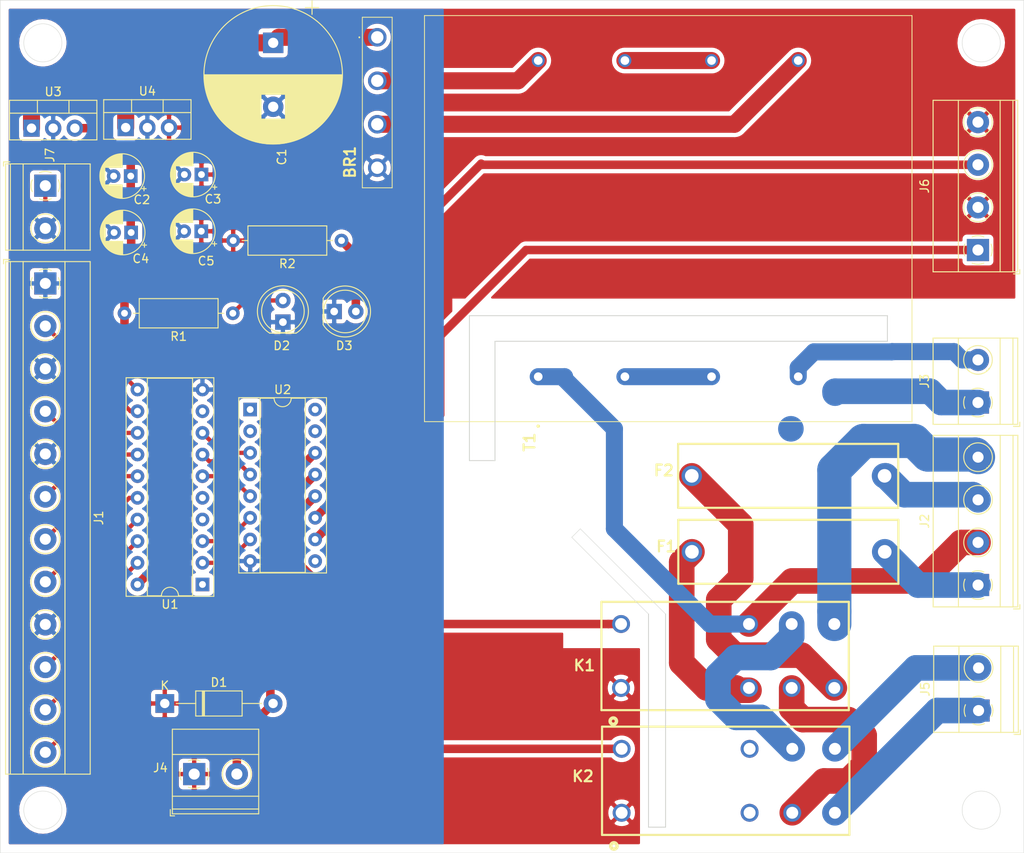
<source format=kicad_pcb>
(kicad_pcb (version 20171130) (host pcbnew "(5.1.2)-2")
  (layers (0 F.Cu mixed) (31 B.Cu mixed) (34 B.Paste user) (35 F.Paste user) (36 B.SilkS user) (37 F.SilkS user) (38 B.Mask user) (39 F.Mask user) (44 Edge.Cuts user))
  (net 0 "")
  (net 1 "Net-(BR1-Pad1)")
  (net 2 "Net-(BR1-Pad2)")
  (net 3 "Net-(BR1-Pad3)")
  (net 4 GND)
  (net 5 +12V)
  (net 6 +5V)
  (net 7 "Net-(D2-Pad2)")
  (net 8 "Net-(D3-Pad2)")
  (net 9 AM_TOP)
  (net 10 AM_MIDDLE)
  (net 11 AM_BOTTOM)
  (net 12 BM_TOP)
  (net 13 BM_MIDDLE)
  (net 14 BM_BOTTOM)
  (net 15 A_MANUAL)
  (net 16 B_MANUAL)
  (net 17 A_LINE)
  (net 18 A_NEUTRAL)
  (net 19 B_LINE)
  (net 20 B_NEUTRAL)
  (net 21 "Net-(J3-Pad2)")
  (net 22 VALVE)
  (net 23 "Net-(J5-Pad2)")
  (net 24 "Net-(J5-Pad1)")
  (net 25 A_BUZZER)
  (net 26 B_BUZZER)
  (net 27 SUPPLY_SELECTOR)
  (net 28 "Net-(K1-Pad6)")
  (net 29 "Net-(K1-Pad3)")
  (net 30 MOTOR_RELAY)
  (net 31 "Net-(T1-Pad3)")
  (net 32 "Net-(T1-Pad10)")
  (net 33 "Net-(U1-Pad2)")
  (net 34 "Net-(U1-Pad3)")
  (net 35 "Net-(U1-Pad6)")
  (net 36 "Net-(U1-Pad7)")
  (net 37 "Net-(U1-Pad8)")
  (net 38 B_SUPPLY_SIGNAL)
  (net 39 "Net-(F1-Pad2)")
  (net 40 "Net-(F2-Pad2)")
  (module SamacSys_Parts:VPP201000 (layer F.Cu) (at 76.07 57.16 90)
    (fp_text reference T1 (at -7.68 -1.02 90) (layer F.SilkS) (effects (font (size 1.27 1.27) (thickness 0.254))))
    (fp_text value VPP20-1000 hide)
    (pad 12 thru_hole circle (at 37.084 30.48 90) (size 1.522 1.522) (drill 1.0144) (layers *.Cu *.Mask) (net 3 "Net-(BR1-Pad3)"))
    (pad 10 thru_hole circle (at 37.084 20.32 90) (size 1.522 1.522) (drill 1.0144) (layers *.Cu *.Mask) (net 32 "Net-(T1-Pad10)"))
    (pad 9 thru_hole circle (at 37.084 10.16 90) (size 1.522 1.522) (drill 1.0144) (layers *.Cu *.Mask) (net 32 "Net-(T1-Pad10)"))
    (pad 7 thru_hole circle (at 37.084 0 90) (size 1.522 1.522) (drill 1.0144) (layers *.Cu *.Mask) (net 2 "Net-(BR1-Pad2)"))
    (pad 6 thru_hole circle (at 0 30.48 90) (size 1.522 1.522) (drill 1.0144) (layers *.Cu *.Mask) (net 21 "Net-(J3-Pad2)"))
    (pad 4 thru_hole circle (at 0 20.32 90) (size 1.522 1.522) (drill 1.0144) (layers *.Cu *.Mask) (net 31 "Net-(T1-Pad3)"))
    (pad 3 thru_hole circle (at 0 10.16 90) (size 1.522 1.522) (drill 1.0144) (layers *.Cu *.Mask) (net 31 "Net-(T1-Pad3)"))
    (pad 1 thru_hole circle (at 0 0 90) (size 1.522 1.522) (drill 1.0144) (layers *.Cu *.Mask) (net 18 A_NEUTRAL))
  )
  (module SamacSys_Parts:RS207M (layer F.Cu) (at 57 25 270)
    (fp_text reference BR1 (at 7 3 90) (layer F.SilkS) (effects (font (size 1.27 1.27) (thickness 0.254))))
    (fp_text value RS207M hide)
    (pad 1 thru_hole circle (at -7.65 -0.2 270) (size 2.175 2.175) (drill 1.45) (layers *.Cu *.Mask) (net 1 "Net-(BR1-Pad1)"))
    (pad 2 thru_hole circle (at -2.55 -0.2 270) (size 2.175 2.175) (drill 1.45) (layers *.Cu *.Mask) (net 2 "Net-(BR1-Pad2)"))
    (pad 3 thru_hole circle (at 2.55 -0.2 270) (size 2.175 2.175) (drill 1.45) (layers *.Cu *.Mask) (net 3 "Net-(BR1-Pad3)"))
    (pad 4 thru_hole circle (at 7.65 -0.2 270) (size 2.175 2.175) (drill 1.45) (layers *.Cu *.Mask) (net 4 GND))
  )
  (module Capacitor_THT:CP_Radial_D16.0mm_P7.50mm (layer F.Cu) (at 45 18 270)
    (fp_text reference C1 (at 13.39 -1.01 90) (layer F.SilkS))
    (fp_text value 2200uF)
    (pad 1 thru_hole rect (at 0 0 270) (size 2.4 2.4) (drill 1.2) (layers *.Cu *.Mask) (net 1 "Net-(BR1-Pad1)"))
    (pad 2 thru_hole circle (at 7.5 0 270) (size 2.4 2.4) (drill 1.2) (layers *.Cu *.Mask) (net 4 GND))
  )
  (module Capacitor_THT:CP_Radial_D5.0mm_P2.00mm (layer F.Cu) (at 28.3 33.63 180)
    (fp_text reference C2 (at -1.31 -2.77) (layer F.SilkS))
    (fp_text value 10uF)
    (pad 2 thru_hole circle (at 2 0 180) (size 1.6 1.6) (drill 0.8) (layers *.Cu *.Mask) (net 4 GND))
    (pad 1 thru_hole rect (at 0 0 180) (size 1.6 1.6) (drill 0.8) (layers *.Cu *.Mask) (net 6 +5V))
  )
  (module Capacitor_THT:CP_Radial_D5.0mm_P2.00mm (layer F.Cu) (at 36.59 33.45 180)
    (fp_text reference C3 (at -1.35 -2.88) (layer F.SilkS))
    (fp_text value 10uF)
    (pad 2 thru_hole circle (at 2 0 180) (size 1.6 1.6) (drill 0.8) (layers *.Cu *.Mask) (net 4 GND))
    (pad 1 thru_hole rect (at 0 0 180) (size 1.6 1.6) (drill 0.8) (layers *.Cu *.Mask) (net 5 +12V))
  )
  (module Capacitor_THT:CP_Radial_D5.0mm_P2.00mm (layer F.Cu) (at 28.35 40.25 180)
    (fp_text reference C4 (at -1.13 -3.07) (layer F.SilkS))
    (fp_text value 0.1uF)
    (pad 1 thru_hole rect (at 0 0 180) (size 1.6 1.6) (drill 0.8) (layers *.Cu *.Mask) (net 6 +5V))
    (pad 2 thru_hole circle (at 2 0 180) (size 1.6 1.6) (drill 0.8) (layers *.Cu *.Mask) (net 4 GND))
  )
  (module Capacitor_THT:CP_Radial_D5.0mm_P2.00mm (layer F.Cu) (at 36.57 40.1 180)
    (fp_text reference C5 (at -0.57 -3.49) (layer F.SilkS))
    (fp_text value 0.1uF)
    (pad 1 thru_hole rect (at 0 0 180) (size 1.6 1.6) (drill 0.8) (layers *.Cu *.Mask) (net 5 +12V))
    (pad 2 thru_hole circle (at 2 0 180) (size 1.6 1.6) (drill 0.8) (layers *.Cu *.Mask) (net 4 GND))
  )
  (module Diode_THT:D_DO-41_SOD81_P12.70mm_Horizontal (layer F.Cu) (at 32.29 95.49)
    (fp_text reference D1 (at 6.35 -2.47) (layer F.SilkS))
    (fp_text value D)
    (fp_text user K (at 0 -2.1) (layer F.SilkS))
    (pad 1 thru_hole rect (at 0 0) (size 2.2 2.2) (drill 1.1) (layers *.Cu *.Mask) (net 5 +12V))
    (pad 2 thru_hole oval (at 12.7 0) (size 2.2 2.2) (drill 1.1) (layers *.Cu *.Mask) (net 22 VALVE))
  )
  (module LED_THT:LED_D5.0mm (layer F.Cu) (at 46.14 50.76 90)
    (fp_text reference D2 (at -2.77 -0.14 180) (layer F.SilkS))
    (fp_text value LED)
    (pad 1 thru_hole rect (at 0 0 90) (size 1.8 1.8) (drill 0.9) (layers *.Cu *.Mask) (net 4 GND))
    (pad 2 thru_hole circle (at 2.54 0 90) (size 1.8 1.8) (drill 0.9) (layers *.Cu *.Mask) (net 7 "Net-(D2-Pad2)"))
  )
  (module LED_THT:LED_D5.0mm (layer F.Cu) (at 52.15 49.51)
    (fp_text reference D3 (at 1.18 4.02) (layer F.SilkS))
    (fp_text value LED)
    (pad 2 thru_hole circle (at 2.54 0) (size 1.8 1.8) (drill 0.9) (layers *.Cu *.Mask) (net 8 "Net-(D3-Pad2)"))
    (pad 1 thru_hole rect (at 0 0) (size 1.8 1.8) (drill 0.9) (layers *.Cu *.Mask) (net 4 GND))
  )
  (module SamacSys_Parts:646-SERIESHOLDER (layer F.Cu) (at 105.39 77.7)
    (fp_text reference F1 (at -14.32 -0.62) (layer F.SilkS) (effects (font (size 1.27 1.27) (thickness 0.254))))
    (fp_text value Fuse hide)
    (pad 2 thru_hole circle (at 11.3 0) (size 2.4 2.4) (drill 1.6) (layers *.Cu *.Mask) (net 39 "Net-(F1-Pad2)"))
    (pad 1 thru_hole circle (at -11.3 0) (size 2.4 2.4) (drill 1.6) (layers *.Cu *.Mask) (net 17 A_LINE))
  )
  (module SamacSys_Parts:646-SERIESHOLDER (layer F.Cu) (at 105.37 68.79)
    (fp_text reference F2 (at -14.58 -0.63) (layer F.SilkS) (effects (font (size 1.27 1.27) (thickness 0.254))))
    (fp_text value Fuse hide)
    (pad 1 thru_hole circle (at -11.3 0) (size 2.4 2.4) (drill 1.6) (layers *.Cu *.Mask) (net 19 B_LINE))
    (pad 2 thru_hole circle (at 11.3 0) (size 2.4 2.4) (drill 1.6) (layers *.Cu *.Mask) (net 40 "Net-(F2-Pad2)"))
  )
  (module TerminalBlock_Phoenix:TerminalBlock_Phoenix_MKDS-1,5-12_1x12_P5.00mm_Horizontal (layer F.Cu) (at 18.29 46.22 270)
    (fp_text reference J1 (at 27.5 -6.26 90) (layer F.SilkS))
    (fp_text value Screw_Terminal_01x12)
    (pad 1 thru_hole rect (at 0 0 270) (size 2.6 2.6) (drill 1.3) (layers *.Cu *.Mask) (net 4 GND))
    (pad 2 thru_hole circle (at 5 0 270) (size 2.6 2.6) (drill 1.3) (layers *.Cu *.Mask) (net 16 B_MANUAL))
    (pad 3 thru_hole circle (at 10 0 270) (size 2.6 2.6) (drill 1.3) (layers *.Cu *.Mask) (net 4 GND))
    (pad 4 thru_hole circle (at 15 0 270) (size 2.6 2.6) (drill 1.3) (layers *.Cu *.Mask) (net 15 A_MANUAL))
    (pad 5 thru_hole circle (at 20 0 270) (size 2.6 2.6) (drill 1.3) (layers *.Cu *.Mask) (net 4 GND))
    (pad 6 thru_hole circle (at 25 0 270) (size 2.6 2.6) (drill 1.3) (layers *.Cu *.Mask) (net 14 BM_BOTTOM))
    (pad 7 thru_hole circle (at 30 0 270) (size 2.6 2.6) (drill 1.3) (layers *.Cu *.Mask) (net 13 BM_MIDDLE))
    (pad 8 thru_hole circle (at 35 0 270) (size 2.6 2.6) (drill 1.3) (layers *.Cu *.Mask) (net 12 BM_TOP))
    (pad 9 thru_hole circle (at 40 0 270) (size 2.6 2.6) (drill 1.3) (layers *.Cu *.Mask) (net 4 GND))
    (pad 10 thru_hole circle (at 45 0 270) (size 2.6 2.6) (drill 1.3) (layers *.Cu *.Mask) (net 11 AM_BOTTOM))
    (pad 11 thru_hole circle (at 50 0 270) (size 2.6 2.6) (drill 1.3) (layers *.Cu *.Mask) (net 10 AM_MIDDLE))
    (pad 12 thru_hole circle (at 55 0 270) (size 2.6 2.6) (drill 1.3) (layers *.Cu *.Mask) (net 9 AM_TOP))
  )
  (module TerminalBlock_Phoenix:TerminalBlock_Phoenix_MKDS-1,5-2_1x02_P5.00mm_Horizontal (layer F.Cu) (at 127.62 60.19 90)
    (fp_text reference J3 (at 2.5 -6.26 90) (layer F.SilkS))
    (fp_text value Screw_Terminal_01x02)
    (pad 1 thru_hole rect (at 0 0 90) (size 2.6 2.6) (drill 1.3) (layers *.Cu *.Mask) (net 17 A_LINE))
    (pad 2 thru_hole circle (at 5 0 90) (size 2.6 2.6) (drill 1.3) (layers *.Cu *.Mask) (net 21 "Net-(J3-Pad2)"))
  )
  (module TerminalBlock_Phoenix:TerminalBlock_Phoenix_MKDS-1,5-2_1x02_P5.00mm_Horizontal (layer F.Cu) (at 35.74 103.77)
    (fp_text reference J4 (at -3.96 -0.73) (layer F.SilkS))
    (fp_text value Screw_Terminal_01x02)
    (pad 1 thru_hole rect (at 0 0) (size 2.6 2.6) (drill 1.3) (layers *.Cu *.Mask) (net 5 +12V))
    (pad 2 thru_hole circle (at 5 0) (size 2.6 2.6) (drill 1.3) (layers *.Cu *.Mask) (net 22 VALVE))
  )
  (module TerminalBlock_Phoenix:TerminalBlock_Phoenix_MKDS-1,5-2_1x02_P5.00mm_Horizontal (layer F.Cu) (at 127.69 96.32 90)
    (fp_text reference J5 (at 2.5 -6.26 90) (layer F.SilkS))
    (fp_text value Screw_Terminal_01x02)
    (pad 2 thru_hole circle (at 5 0 90) (size 2.6 2.6) (drill 1.3) (layers *.Cu *.Mask) (net 23 "Net-(J5-Pad2)"))
    (pad 1 thru_hole rect (at 0 0 90) (size 2.6 2.6) (drill 1.3) (layers *.Cu *.Mask) (net 24 "Net-(J5-Pad1)"))
  )
  (module TerminalBlock_Phoenix:TerminalBlock_Phoenix_MKDS-1,5-4_1x04_P5.00mm_Horizontal (layer F.Cu) (at 127.62 42.3 90)
    (fp_text reference J6 (at 7.5 -6.26 90) (layer F.SilkS))
    (fp_text value Screw_Terminal_01x04)
    (pad 1 thru_hole rect (at 0 0 90) (size 2.6 2.6) (drill 1.3) (layers *.Cu *.Mask) (net 25 A_BUZZER))
    (pad 2 thru_hole circle (at 5 0 90) (size 2.6 2.6) (drill 1.3) (layers *.Cu *.Mask) (net 5 +12V))
    (pad 3 thru_hole circle (at 10 0 90) (size 2.6 2.6) (drill 1.3) (layers *.Cu *.Mask) (net 26 B_BUZZER))
    (pad 4 thru_hole circle (at 15 0 90) (size 2.6 2.6) (drill 1.3) (layers *.Cu *.Mask) (net 5 +12V))
  )
  (module TerminalBlock_Phoenix:TerminalBlock_Phoenix_MKDS-1,5-2_1x02_P5.00mm_Horizontal (layer F.Cu) (at 18.29 34.76 270)
    (fp_text reference J7 (at -3.59 -0.54 90) (layer F.SilkS))
    (fp_text value Screw_Terminal_01x02)
    (pad 2 thru_hole circle (at 5 0 270) (size 2.6 2.6) (drill 1.3) (layers *.Cu *.Mask) (net 4 GND))
    (pad 1 thru_hole rect (at 0 0 270) (size 2.6 2.6) (drill 1.3) (layers *.Cu *.Mask) (net 38 B_SUPPLY_SIGNAL))
  )
  (module SamacSys_Parts:G2RL-24 (layer F.Cu) (at 83.48 83.57)
    (fp_text reference K1 (at -2 7.46) (layer F.SilkS) (effects (font (size 1.27 1.27) (thickness 0.254))))
    (fp_text value G2RL-2-DC12 hide)
    (pad 8 thru_hole circle (at 2.3 2.6) (size 2.1 2.1) (drill 1.4) (layers *.Cu *.Mask) (net 27 SUPPLY_SELECTOR))
    (pad 7 thru_hole circle (at 17.3 2.6) (size 2.1 2.1) (drill 1.4) (layers *.Cu *.Mask) (net 18 A_NEUTRAL))
    (pad 6 thru_hole circle (at 22.3 2.6) (size 2.1 2.1) (drill 1.4) (layers *.Cu *.Mask) (net 28 "Net-(K1-Pad6)"))
    (pad 5 thru_hole circle (at 27.3 2.6) (size 2.1 2.1) (drill 1.4) (layers *.Cu *.Mask) (net 20 B_NEUTRAL))
    (pad 4 thru_hole circle (at 27.3 10.1) (size 2.1 2.1) (drill 1.4) (layers *.Cu *.Mask) (net 19 B_LINE))
    (pad 3 thru_hole circle (at 22.3 10.1) (size 2.1 2.1) (drill 1.4) (layers *.Cu *.Mask) (net 29 "Net-(K1-Pad3)"))
    (pad 2 thru_hole circle (at 17.3 10.1) (size 2.1 2.1) (drill 1.4) (layers *.Cu *.Mask) (net 17 A_LINE))
    (pad 1 thru_hole circle (at 2.3 10.1) (size 2.1 2.1) (drill 1.4) (layers *.Cu *.Mask) (net 5 +12V))
  )
  (module SamacSys_Parts:G2RL-24 (layer F.Cu) (at 83.55 98.21)
    (fp_text reference K2 (at -2.24 5.82) (layer F.SilkS) (effects (font (size 1.27 1.27) (thickness 0.254))))
    (fp_text value G2RL-2-DC12 hide)
    (pad 1 thru_hole circle (at 2.3 10.1) (size 2.1 2.1) (drill 1.4) (layers *.Cu *.Mask) (net 5 +12V))
    (pad 2 thru_hole circle (at 17.3 10.1) (size 2.1 2.1) (drill 1.4) (layers *.Cu *.Mask))
    (pad 3 thru_hole circle (at 22.3 10.1) (size 2.1 2.1) (drill 1.4) (layers *.Cu *.Mask) (net 29 "Net-(K1-Pad3)"))
    (pad 4 thru_hole circle (at 27.3 10.1) (size 2.1 2.1) (drill 1.4) (layers *.Cu *.Mask) (net 24 "Net-(J5-Pad1)"))
    (pad 5 thru_hole circle (at 27.3 2.6) (size 2.1 2.1) (drill 1.4) (layers *.Cu *.Mask) (net 23 "Net-(J5-Pad2)"))
    (pad 6 thru_hole circle (at 22.3 2.6) (size 2.1 2.1) (drill 1.4) (layers *.Cu *.Mask) (net 28 "Net-(K1-Pad6)"))
    (pad 7 thru_hole circle (at 17.3 2.6) (size 2.1 2.1) (drill 1.4) (layers *.Cu *.Mask))
    (pad 8 thru_hole circle (at 2.3 2.6) (size 2.1 2.1) (drill 1.4) (layers *.Cu *.Mask) (net 30 MOTOR_RELAY))
  )
  (module Resistor_THT:R_Axial_DIN0309_L9.0mm_D3.2mm_P12.70mm_Horizontal (layer F.Cu) (at 40.27 49.72 180)
    (fp_text reference R1 (at 6.35 -2.72) (layer F.SilkS))
    (fp_text value 470R)
    (pad 1 thru_hole circle (at 0 0 180) (size 1.6 1.6) (drill 0.8) (layers *.Cu *.Mask) (net 7 "Net-(D2-Pad2)"))
    (pad 2 thru_hole oval (at 12.7 0 180) (size 1.6 1.6) (drill 0.8) (layers *.Cu *.Mask) (net 6 +5V))
  )
  (module Resistor_THT:R_Axial_DIN0309_L9.0mm_D3.2mm_P12.70mm_Horizontal (layer F.Cu) (at 53.01 41.19 180)
    (fp_text reference R2 (at 6.35 -2.72) (layer F.SilkS))
    (fp_text value 1k)
    (pad 2 thru_hole oval (at 12.7 0 180) (size 1.6 1.6) (drill 0.8) (layers *.Cu *.Mask) (net 5 +12V))
    (pad 1 thru_hole circle (at 0 0 180) (size 1.6 1.6) (drill 0.8) (layers *.Cu *.Mask) (net 8 "Net-(D3-Pad2)"))
  )
  (module Package_DIP:DIP-20_W7.62mm_Socket (layer F.Cu) (at 36.71 81.53 180)
    (fp_text reference U1 (at 3.81 -2.33) (layer F.SilkS))
    (fp_text value ATtiny2313-20PU)
    (pad 1 thru_hole rect (at 0 0 180) (size 1.6 1.6) (drill 0.8) (layers *.Cu *.Mask))
    (pad 11 thru_hole oval (at 7.62 22.86 180) (size 1.6 1.6) (drill 0.8) (layers *.Cu *.Mask) (net 38 B_SUPPLY_SIGNAL))
    (pad 2 thru_hole oval (at 0 2.54 180) (size 1.6 1.6) (drill 0.8) (layers *.Cu *.Mask) (net 33 "Net-(U1-Pad2)"))
    (pad 12 thru_hole oval (at 7.62 20.32 180) (size 1.6 1.6) (drill 0.8) (layers *.Cu *.Mask) (net 16 B_MANUAL))
    (pad 3 thru_hole oval (at 0 5.08 180) (size 1.6 1.6) (drill 0.8) (layers *.Cu *.Mask) (net 34 "Net-(U1-Pad3)"))
    (pad 13 thru_hole oval (at 7.62 17.78 180) (size 1.6 1.6) (drill 0.8) (layers *.Cu *.Mask) (net 15 A_MANUAL))
    (pad 4 thru_hole oval (at 0 7.62 180) (size 1.6 1.6) (drill 0.8) (layers *.Cu *.Mask))
    (pad 14 thru_hole oval (at 7.62 15.24 180) (size 1.6 1.6) (drill 0.8) (layers *.Cu *.Mask) (net 14 BM_BOTTOM))
    (pad 5 thru_hole oval (at 0 10.16 180) (size 1.6 1.6) (drill 0.8) (layers *.Cu *.Mask))
    (pad 15 thru_hole oval (at 7.62 12.7 180) (size 1.6 1.6) (drill 0.8) (layers *.Cu *.Mask) (net 13 BM_MIDDLE))
    (pad 6 thru_hole oval (at 0 12.7 180) (size 1.6 1.6) (drill 0.8) (layers *.Cu *.Mask) (net 35 "Net-(U1-Pad6)"))
    (pad 16 thru_hole oval (at 7.62 10.16 180) (size 1.6 1.6) (drill 0.8) (layers *.Cu *.Mask) (net 12 BM_TOP))
    (pad 7 thru_hole oval (at 0 15.24 180) (size 1.6 1.6) (drill 0.8) (layers *.Cu *.Mask) (net 36 "Net-(U1-Pad7)"))
    (pad 17 thru_hole oval (at 7.62 7.62 180) (size 1.6 1.6) (drill 0.8) (layers *.Cu *.Mask) (net 11 AM_BOTTOM))
    (pad 8 thru_hole oval (at 0 17.78 180) (size 1.6 1.6) (drill 0.8) (layers *.Cu *.Mask) (net 37 "Net-(U1-Pad8)"))
    (pad 18 thru_hole oval (at 7.62 5.08 180) (size 1.6 1.6) (drill 0.8) (layers *.Cu *.Mask) (net 10 AM_MIDDLE))
    (pad 9 thru_hole oval (at 0 20.32 180) (size 1.6 1.6) (drill 0.8) (layers *.Cu *.Mask))
    (pad 19 thru_hole oval (at 7.62 2.54 180) (size 1.6 1.6) (drill 0.8) (layers *.Cu *.Mask) (net 9 AM_TOP))
    (pad 10 thru_hole oval (at 0 22.86 180) (size 1.6 1.6) (drill 0.8) (layers *.Cu *.Mask) (net 4 GND))
    (pad 20 thru_hole oval (at 7.62 0 180) (size 1.6 1.6) (drill 0.8) (layers *.Cu *.Mask) (net 6 +5V))
  )
  (module Package_DIP:DIP-16_W7.62mm_Socket (layer F.Cu) (at 42.3 61.01)
    (fp_text reference U2 (at 3.81 -2.33) (layer F.SilkS))
    (fp_text value ULN2003)
    (pad 1 thru_hole rect (at 0 0) (size 1.6 1.6) (drill 0.8) (layers *.Cu *.Mask))
    (pad 9 thru_hole oval (at 7.62 17.78) (size 1.6 1.6) (drill 0.8) (layers *.Cu *.Mask))
    (pad 2 thru_hole oval (at 0 2.54) (size 1.6 1.6) (drill 0.8) (layers *.Cu *.Mask))
    (pad 10 thru_hole oval (at 7.62 15.24) (size 1.6 1.6) (drill 0.8) (layers *.Cu *.Mask) (net 25 A_BUZZER))
    (pad 3 thru_hole oval (at 0 5.08) (size 1.6 1.6) (drill 0.8) (layers *.Cu *.Mask) (net 37 "Net-(U1-Pad8)"))
    (pad 11 thru_hole oval (at 7.62 12.7) (size 1.6 1.6) (drill 0.8) (layers *.Cu *.Mask) (net 26 B_BUZZER))
    (pad 4 thru_hole oval (at 0 7.62) (size 1.6 1.6) (drill 0.8) (layers *.Cu *.Mask) (net 36 "Net-(U1-Pad7)"))
    (pad 12 thru_hole oval (at 7.62 10.16) (size 1.6 1.6) (drill 0.8) (layers *.Cu *.Mask) (net 27 SUPPLY_SELECTOR))
    (pad 5 thru_hole oval (at 0 10.16) (size 1.6 1.6) (drill 0.8) (layers *.Cu *.Mask) (net 35 "Net-(U1-Pad6)"))
    (pad 13 thru_hole oval (at 7.62 7.62) (size 1.6 1.6) (drill 0.8) (layers *.Cu *.Mask) (net 30 MOTOR_RELAY))
    (pad 6 thru_hole oval (at 0 12.7) (size 1.6 1.6) (drill 0.8) (layers *.Cu *.Mask) (net 34 "Net-(U1-Pad3)"))
    (pad 14 thru_hole oval (at 7.62 5.08) (size 1.6 1.6) (drill 0.8) (layers *.Cu *.Mask) (net 22 VALVE))
    (pad 7 thru_hole oval (at 0 15.24) (size 1.6 1.6) (drill 0.8) (layers *.Cu *.Mask) (net 33 "Net-(U1-Pad2)"))
    (pad 15 thru_hole oval (at 7.62 2.54) (size 1.6 1.6) (drill 0.8) (layers *.Cu *.Mask))
    (pad 8 thru_hole oval (at 0 17.78) (size 1.6 1.6) (drill 0.8) (layers *.Cu *.Mask) (net 4 GND))
    (pad 16 thru_hole oval (at 7.62 0) (size 1.6 1.6) (drill 0.8) (layers *.Cu *.Mask))
  )
  (module Package_TO_SOT_THT:TO-220-3_Vertical (layer F.Cu) (at 16.67 28.01)
    (fp_text reference U3 (at 2.54 -4.27) (layer F.SilkS))
    (fp_text value LM7805_TO220)
    (pad 3 thru_hole oval (at 5.08 0) (size 1.905 2) (drill 1.1) (layers *.Cu *.Mask) (net 6 +5V))
    (pad 2 thru_hole oval (at 2.54 0) (size 1.905 2) (drill 1.1) (layers *.Cu *.Mask) (net 4 GND))
    (pad 1 thru_hole rect (at 0 0) (size 1.905 2) (drill 1.1) (layers *.Cu *.Mask) (net 1 "Net-(BR1-Pad1)"))
  )
  (module Package_TO_SOT_THT:TO-220-3_Vertical (layer F.Cu) (at 27.71 27.94)
    (fp_text reference U4 (at 2.54 -4.27) (layer F.SilkS))
    (fp_text value LM7812_TO220)
    (pad 1 thru_hole rect (at 0 0) (size 1.905 2) (drill 1.1) (layers *.Cu *.Mask) (net 1 "Net-(BR1-Pad1)"))
    (pad 2 thru_hole oval (at 2.54 0) (size 1.905 2) (drill 1.1) (layers *.Cu *.Mask) (net 4 GND))
    (pad 3 thru_hole oval (at 5.08 0) (size 1.905 2) (drill 1.1) (layers *.Cu *.Mask) (net 5 +12V))
  )
  (module TerminalBlock_Phoenix:TerminalBlock_Phoenix_MKDS-1,5-4_1x04_P5.00mm_Horizontal (layer F.Cu) (at 127.63 81.6 90)
    (fp_text reference J2 (at 7.5 -6.26 90) (layer F.SilkS))
    (fp_text value Screw_Terminal_01x04)
    (pad 1 thru_hole rect (at 0 0 90) (size 2.6 2.6) (drill 1.3) (layers *.Cu *.Mask) (net 39 "Net-(F1-Pad2)"))
    (pad 2 thru_hole circle (at 5 0 90) (size 2.6 2.6) (drill 1.3) (layers *.Cu *.Mask) (net 18 A_NEUTRAL))
    (pad 3 thru_hole circle (at 10 0 90) (size 2.6 2.6) (drill 1.3) (layers *.Cu *.Mask) (net 40 "Net-(F2-Pad2)"))
    (pad 4 thru_hole circle (at 15 0 90) (size 2.6 2.6) (drill 1.3) (layers *.Cu *.Mask) (net 20 B_NEUTRAL))
  )
  (gr_line (start 81 75) (end 91 85) (layer Edge.Cuts) (width 0.05))
  (gr_line (start 80 76) (end 81 75) (layer Edge.Cuts) (width 0.05))
  (gr_line (start 89 85) (end 80 76) (layer Edge.Cuts) (width 0.05))
  (gr_line (start 68 67) (end 71 67) (layer Edge.Cuts) (width 0.1))
  (gr_line (start 68 50) (end 68 67) (layer Edge.Cuts) (width 0.1))
  (gr_line (start 117 50) (end 68 50) (layer Edge.Cuts) (width 0.1))
  (gr_line (start 117 53) (end 117 50) (layer Edge.Cuts) (width 0.1))
  (gr_line (start 71 53) (end 117 53) (layer Edge.Cuts) (width 0.1))
  (gr_line (start 71 67) (end 71 53) (layer Edge.Cuts) (width 0.1))
  (gr_line (start 91 110) (end 91 85) (layer Edge.Cuts) (width 0.1))
  (gr_line (start 89 110) (end 91 110) (layer Edge.Cuts) (width 0.1))
  (gr_line (start 89 85) (end 89 110) (layer Edge.Cuts) (width 0.1))
  (gr_circle (center 128 18) (end 130 17) (layer Edge.Cuts) (width 0.05))
  (gr_circle (center 128 108) (end 129 110) (layer Edge.Cuts) (width 0.05))
  (gr_circle (center 18 108) (end 16 109) (layer Edge.Cuts) (width 0.05))
  (gr_circle (center 18 18) (end 17 16) (layer Edge.Cuts) (width 0.05))
  (gr_line (start 133 13) (end 13 13) (layer Edge.Cuts) (width 0.05))
  (gr_line (start 133 113) (end 133 13) (layer Edge.Cuts) (width 0.05))
  (gr_line (start 13 113) (end 133 113) (layer Edge.Cuts) (width 0.05))
  (gr_line (start 13 13) (end 13 113) (layer Edge.Cuts) (width 0.05))
  (segment (start 41.8 18) (end 36.8 23) (width 2) (layer F.Cu) (net 1))
  (segment (start 45 18) (end 41.8 18) (width 2) (layer F.Cu) (net 1))
  (segment (start 16.67 25.01) (end 16.67 28.01) (width 2) (layer F.Cu) (net 1))
  (segment (start 18.68 23) (end 16.67 25.01) (width 2) (layer F.Cu) (net 1))
  (segment (start 27.71 23.71) (end 27 23) (width 2) (layer F.Cu) (net 1))
  (segment (start 27.71 27.94) (end 27.71 23.71) (width 2) (layer F.Cu) (net 1))
  (segment (start 36.8 23) (end 27 23) (width 2) (layer F.Cu) (net 1))
  (segment (start 27 23) (end 18.68 23) (width 2) (layer F.Cu) (net 1))
  (segment (start 45.65 17.35) (end 45 18) (width 2) (layer F.Cu) (net 1))
  (segment (start 57.2 17.35) (end 45.65 17.35) (width 2) (layer F.Cu) (net 1))
  (segment (start 73.696 22.45) (end 76.07 20.076) (width 2) (layer F.Cu) (net 2))
  (segment (start 57.2 22.45) (end 73.696 22.45) (width 2) (layer F.Cu) (net 2))
  (segment (start 99.076 27.55) (end 57.2 27.55) (width 2) (layer F.Cu) (net 3))
  (segment (start 106.55 20.076) (end 99.076 27.55) (width 2) (layer F.Cu) (net 3))
  (segment (start 28.3 31.83) (end 28.3 33.63) (width 1) (layer F.Cu) (net 6))
  (segment (start 24.48 28.01) (end 28.3 31.83) (width 1) (layer F.Cu) (net 6))
  (segment (start 21.75 28.01) (end 24.48 28.01) (width 1) (layer F.Cu) (net 6))
  (segment (start 28.3 40.2) (end 28.35 40.25) (width 1) (layer F.Cu) (net 6))
  (segment (start 28.3 33.63) (end 28.3 40.2) (width 1) (layer F.Cu) (net 6))
  (segment (start 29.889999 80.730001) (end 29.09 81.53) (width 1) (layer F.Cu) (net 6))
  (segment (start 31.15 79.47) (end 29.889999 80.730001) (width 1) (layer F.Cu) (net 6))
  (segment (start 31.15 55.7) (end 31.15 79.47) (width 1) (layer F.Cu) (net 6))
  (segment (start 27.57 49.72) (end 27.57 52.12) (width 1) (layer F.Cu) (net 6))
  (segment (start 27.57 52.12) (end 31.15 55.7) (width 1) (layer F.Cu) (net 6))
  (segment (start 27.57 44.41) (end 27.57 49.72) (width 1) (layer F.Cu) (net 6))
  (segment (start 28.35 40.25) (end 28.35 43.63) (width 1) (layer F.Cu) (net 6))
  (segment (start 28.35 43.63) (end 27.57 44.41) (width 1) (layer F.Cu) (net 6))
  (segment (start 41.77 48.22) (end 46.14 48.22) (width 0.5) (layer F.Cu) (net 7))
  (segment (start 40.27 49.72) (end 41.77 48.22) (width 0.5) (layer F.Cu) (net 7))
  (segment (start 54.69 42.87) (end 54.69 49.51) (width 1) (layer F.Cu) (net 8))
  (segment (start 53.01 41.19) (end 54.69 42.87) (width 1) (layer F.Cu) (net 8))
  (segment (start 28.290001 79.789999) (end 29.09 78.99) (width 0.5) (layer F.Cu) (net 9))
  (segment (start 24.65 83.43) (end 28.290001 79.789999) (width 0.5) (layer F.Cu) (net 9))
  (segment (start 18.29 101.22) (end 24.65 94.86) (width 0.5) (layer F.Cu) (net 9))
  (segment (start 24.65 94.86) (end 24.65 83.43) (width 0.5) (layer F.Cu) (net 9))
  (segment (start 28.290001 77.249999) (end 29.09 76.45) (width 0.5) (layer F.Cu) (net 10))
  (segment (start 23.45 82.09) (end 28.290001 77.249999) (width 0.5) (layer F.Cu) (net 10))
  (segment (start 18.29 96.22) (end 23.45 91.06) (width 0.5) (layer F.Cu) (net 10))
  (segment (start 23.45 91.06) (end 23.45 82.09) (width 0.5) (layer F.Cu) (net 10))
  (segment (start 28.290001 74.709999) (end 29.09 73.91) (width 0.5) (layer F.Cu) (net 11))
  (segment (start 22.32 80.68) (end 28.290001 74.709999) (width 0.5) (layer F.Cu) (net 11))
  (segment (start 18.29 91.22) (end 22.32 87.19) (width 0.5) (layer F.Cu) (net 11))
  (segment (start 22.32 87.19) (end 22.32 80.68) (width 0.5) (layer F.Cu) (net 11))
  (segment (start 28.14 71.37) (end 29.09 71.37) (width 0.5) (layer F.Cu) (net 12))
  (segment (start 18.29 81.22) (end 28.14 71.37) (width 0.5) (layer F.Cu) (net 12))
  (segment (start 25.68 68.83) (end 29.09 68.83) (width 0.5) (layer F.Cu) (net 13))
  (segment (start 18.29 76.22) (end 25.68 68.83) (width 0.5) (layer F.Cu) (net 13))
  (segment (start 23.22 66.29) (end 29.09 66.29) (width 0.5) (layer F.Cu) (net 14))
  (segment (start 18.29 71.22) (end 23.22 66.29) (width 0.5) (layer F.Cu) (net 14))
  (segment (start 20.82 63.75) (end 29.09 63.75) (width 0.5) (layer F.Cu) (net 15))
  (segment (start 18.29 61.22) (end 20.82 63.75) (width 0.5) (layer F.Cu) (net 15))
  (segment (start 28.28 61.21) (end 29.09 61.21) (width 0.5) (layer F.Cu) (net 16))
  (segment (start 18.29 51.22) (end 28.28 61.21) (width 0.5) (layer F.Cu) (net 16))
  (segment (start 92.890001 78.899999) (end 92.890001 90.720001) (width 3) (layer F.Cu) (net 17))
  (segment (start 94.09 77.7) (end 92.890001 78.899999) (width 3) (layer F.Cu) (net 17))
  (segment (start 99.494513 93.94001) (end 100.78 93.94001) (width 3) (layer F.Cu) (net 17))
  (segment (start 99.224503 93.67) (end 99.494513 93.94001) (width 3) (layer F.Cu) (net 17))
  (segment (start 92.890001 90.720001) (end 95.84 93.67) (width 3) (layer F.Cu) (net 17))
  (segment (start 95.84 93.67) (end 99.224503 93.67) (width 3) (layer F.Cu) (net 17))
  (segment (start 123.32 60.19) (end 122 58.87) (width 3) (layer B.Cu) (net 17))
  (segment (start 127.62 60.19) (end 123.32 60.19) (width 3) (layer B.Cu) (net 17))
  (segment (start 122 58.87) (end 110.87 58.87) (width 3) (layer B.Cu) (net 17))
  (segment (start 110.87 58.87) (end 110.87 59.09) (width 3) (layer B.Cu) (net 17))
  (segment (start 105.83 81.12) (end 121.13 81.12) (width 3) (layer F.Cu) (net 18))
  (segment (start 125.65 76.6) (end 127.63 76.6) (width 3) (layer F.Cu) (net 18))
  (segment (start 121.13 81.12) (end 125.65 76.6) (width 3) (layer F.Cu) (net 18))
  (segment (start 96.17 86.17) (end 100.78 86.17) (width 2) (layer B.Cu) (net 18))
  (segment (start 79.16 57.16) (end 79.16 57.432002) (width 2) (layer B.Cu) (net 18))
  (segment (start 76.07 57.16) (end 79.16 57.16) (width 2) (layer B.Cu) (net 18))
  (segment (start 79.16 57.432002) (end 85 63.272002) (width 2) (layer B.Cu) (net 18))
  (segment (start 85 63.272002) (end 85 75) (width 2) (layer B.Cu) (net 18))
  (segment (start 85 75) (end 96.17 86.17) (width 2) (layer B.Cu) (net 18))
  (segment (start 105.689558 63.272002) (end 105.68956 63.272002) (width 3) (layer B.Cu) (net 18))
  (segment (start 100.78 86.17) (end 105.83 81.12) (width 3) (layer F.Cu) (net 18))
  (segment (start 94.07 68.79) (end 99.81 74.53) (width 3) (layer F.Cu) (net 19))
  (segment (start 99.81 74.53) (end 99.81 80.76) (width 3) (layer F.Cu) (net 19))
  (segment (start 99.81 80.76) (end 97.23 83.34) (width 3) (layer F.Cu) (net 19))
  (segment (start 97.23 83.34) (end 97.23 87.96) (width 3) (layer F.Cu) (net 19))
  (segment (start 97.23 87.96) (end 99.09 89.82) (width 3) (layer F.Cu) (net 19))
  (segment (start 106.93 89.82) (end 110.78 93.67) (width 3) (layer F.Cu) (net 19))
  (segment (start 99.09 89.82) (end 106.93 89.82) (width 3) (layer F.Cu) (net 19))
  (segment (start 110.78 84.685076) (end 110.78 86.17) (width 4) (layer B.Cu) (net 20))
  (segment (start 127.32 66.29) (end 121.73 66.29) (width 4) (layer B.Cu) (net 20))
  (segment (start 127.63 66.6) (end 127.32 66.29) (width 4) (layer B.Cu) (net 20))
  (segment (start 121.73 66.29) (end 120.14 64.7) (width 4) (layer B.Cu) (net 20))
  (segment (start 120.14 64.7) (end 114.18 64.7) (width 4) (layer B.Cu) (net 20))
  (segment (start 114.18 64.7) (end 110.78 68.1) (width 4) (layer B.Cu) (net 20))
  (segment (start 110.78 68.1) (end 110.78 84.685076) (width 4) (layer B.Cu) (net 20))
  (segment (start 106.55 56.083784) (end 108.383774 54.25001) (width 2) (layer B.Cu) (net 21))
  (segment (start 125.781523 55.19) (end 127.62 55.19) (width 2) (layer B.Cu) (net 21))
  (segment (start 108.383774 54.25001) (end 117.517771 54.25001) (width 2) (layer B.Cu) (net 21))
  (segment (start 117.517771 54.25001) (end 117.547781 54.22) (width 2) (layer B.Cu) (net 21))
  (segment (start 106.55 57.16) (end 106.55 56.083784) (width 2) (layer B.Cu) (net 21))
  (segment (start 117.547781 54.22) (end 124.811523 54.22) (width 2) (layer B.Cu) (net 21))
  (segment (start 124.811523 54.22) (end 125.781523 55.19) (width 2) (layer B.Cu) (net 21))
  (segment (start 40.74 99.74) (end 40.74 103.77) (width 1) (layer F.Cu) (net 22))
  (segment (start 44.99 95.49) (end 40.74 99.74) (width 1) (layer F.Cu) (net 22))
  (segment (start 44.67 95.17) (end 44.99 95.49) (width 1) (layer F.Cu) (net 22))
  (segment (start 49.92 66.09) (end 44.67 71.34) (width 1) (layer F.Cu) (net 22))
  (segment (start 44.67 71.34) (end 44.67 95.17) (width 1) (layer F.Cu) (net 22))
  (segment (start 120.34 91.32) (end 127.69 91.32) (width 3) (layer B.Cu) (net 23))
  (segment (start 110.85 100.81) (end 120.34 91.32) (width 3) (layer B.Cu) (net 23))
  (segment (start 122.84 96.32) (end 127.69 96.32) (width 3) (layer B.Cu) (net 24))
  (segment (start 110.85 108.31) (end 122.84 96.32) (width 3) (layer B.Cu) (net 24))
  (segment (start 125.32 42.3) (end 127.62 42.3) (width 1) (layer F.Cu) (net 25))
  (segment (start 74.639326 42.3) (end 125.32 42.3) (width 1) (layer F.Cu) (net 25))
  (segment (start 64.58 52.359326) (end 74.639326 42.3) (width 1) (layer F.Cu) (net 25))
  (segment (start 64.58 61.59) (end 64.58 52.359326) (width 1) (layer F.Cu) (net 25))
  (segment (start 49.92 76.25) (end 64.58 61.59) (width 1) (layer F.Cu) (net 25))
  (segment (start 59.45 64.18) (end 59.45 42.11) (width 1) (layer F.Cu) (net 26))
  (segment (start 49.92 73.71) (end 59.45 64.18) (width 1) (layer F.Cu) (net 26))
  (segment (start 59.45 42.11) (end 69.38 32.18) (width 1) (layer F.Cu) (net 26))
  (segment (start 69.38 32.18) (end 69.5 32.3) (width 1) (layer F.Cu) (net 26))
  (segment (start 69.5 32.3) (end 127.62 32.3) (width 1) (layer F.Cu) (net 26))
  (segment (start 84.295076 86.17) (end 85.78 86.17) (width 1) (layer F.Cu) (net 27))
  (segment (start 55.079998 86.17) (end 84.295076 86.17) (width 1) (layer F.Cu) (net 27))
  (segment (start 47.84 78.930002) (end 55.079998 86.17) (width 1) (layer F.Cu) (net 27))
  (segment (start 47.84 73.25) (end 47.84 78.930002) (width 1) (layer F.Cu) (net 27))
  (segment (start 49.92 71.17) (end 47.84 73.25) (width 1) (layer F.Cu) (net 27))
  (segment (start 105.78 87.654924) (end 103.334924 90.1) (width 3) (layer B.Cu) (net 28))
  (segment (start 105.78 86.17) (end 105.78 87.654924) (width 3) (layer B.Cu) (net 28))
  (segment (start 103.334924 90.1) (end 99.19 90.1) (width 3) (layer B.Cu) (net 28))
  (segment (start 99.19 90.1) (end 97.14 92.15) (width 3) (layer B.Cu) (net 28))
  (segment (start 97.14 92.15) (end 97.14 94.99) (width 3) (layer B.Cu) (net 28))
  (segment (start 97.14 94.99) (end 99.27 97.12) (width 3) (layer B.Cu) (net 28))
  (segment (start 102.16 97.12) (end 105.85 100.81) (width 3) (layer B.Cu) (net 28))
  (segment (start 99.27 97.12) (end 102.16 97.12) (width 3) (layer B.Cu) (net 28))
  (segment (start 105.78 93.67) (end 105.78 96.07) (width 3) (layer F.Cu) (net 29))
  (segment (start 105.78 96.07) (end 107.09 97.38) (width 3) (layer F.Cu) (net 29))
  (segment (start 107.09 97.38) (end 112.41 97.38) (width 3) (layer F.Cu) (net 29))
  (segment (start 112.41 97.38) (end 114.28 99.25) (width 3) (layer F.Cu) (net 29))
  (segment (start 114.28 99.25) (end 114.28 102.71) (width 3) (layer F.Cu) (net 29))
  (segment (start 114.28 102.71) (end 112.41 104.58) (width 3) (layer F.Cu) (net 29))
  (segment (start 109.58 104.58) (end 105.85 108.31) (width 3) (layer F.Cu) (net 29))
  (segment (start 112.41 104.58) (end 109.58 104.58) (width 3) (layer F.Cu) (net 29))
  (segment (start 84.365076 100.81) (end 85.85 100.81) (width 1) (layer F.Cu) (net 30))
  (segment (start 62.5 100.81) (end 84.365076 100.81) (width 1) (layer F.Cu) (net 30))
  (segment (start 46.4 84.71) (end 62.5 100.81) (width 1) (layer F.Cu) (net 30))
  (segment (start 49.92 68.63) (end 46.4 72.15) (width 1) (layer F.Cu) (net 30))
  (segment (start 46.4 72.15) (end 46.4 84.71) (width 1) (layer F.Cu) (net 30))
  (segment (start 86.23 57.16) (end 96.39 57.16) (width 2) (layer B.Cu) (net 31))
  (segment (start 86.23 20.076) (end 96.39 20.076) (width 2) (layer F.Cu) (net 32))
  (segment (start 39.56 78.99) (end 42.3 76.25) (width 0.5) (layer F.Cu) (net 33))
  (segment (start 36.71 78.99) (end 39.56 78.99) (width 0.5) (layer F.Cu) (net 33))
  (segment (start 39.56 76.45) (end 42.3 73.71) (width 0.5) (layer F.Cu) (net 34))
  (segment (start 36.71 76.45) (end 39.56 76.45) (width 0.5) (layer F.Cu) (net 34))
  (segment (start 39.96 68.83) (end 42.3 71.17) (width 0.5) (layer F.Cu) (net 35))
  (segment (start 36.71 68.83) (end 39.96 68.83) (width 0.5) (layer F.Cu) (net 35))
  (segment (start 36.71 66.29) (end 37.509999 67.089999) (width 0.5) (layer F.Cu) (net 36))
  (segment (start 37.509999 67.089999) (end 40.759999 67.089999) (width 0.5) (layer F.Cu) (net 36))
  (segment (start 41.500001 67.830001) (end 42.3 68.63) (width 0.5) (layer F.Cu) (net 36))
  (segment (start 40.759999 67.089999) (end 41.500001 67.830001) (width 0.5) (layer F.Cu) (net 36))
  (segment (start 39.05 66.09) (end 42.3 66.09) (width 0.5) (layer F.Cu) (net 37))
  (segment (start 36.71 63.75) (end 39.05 66.09) (width 0.5) (layer F.Cu) (net 37))
  (segment (start 18.29 36.56) (end 23.75 42.02) (width 0.5) (layer F.Cu) (net 38))
  (segment (start 18.29 34.76) (end 18.29 36.56) (width 0.5) (layer F.Cu) (net 38))
  (segment (start 23.75 53.33) (end 29.09 58.67) (width 0.5) (layer F.Cu) (net 38))
  (segment (start 23.75 42.02) (end 23.75 53.33) (width 0.5) (layer F.Cu) (net 38))
  (segment (start 120.59 81.6) (end 116.69 77.7) (width 3) (layer B.Cu) (net 39))
  (segment (start 127.63 81.6) (end 120.59 81.6) (width 3) (layer B.Cu) (net 39))
  (segment (start 127.03 71) (end 127.63 71.6) (width 3) (layer B.Cu) (net 40))
  (segment (start 119 71) (end 127.03 71) (width 3) (layer B.Cu) (net 40))
  (segment (start 116.67 68.79) (end 116.79 68.79) (width 3) (layer B.Cu) (net 40))
  (segment (start 116.79 68.79) (end 119 71) (width 3) (layer B.Cu) (net 40))
  (zone (net 4) (net_name GND) (layer B.Cu) (connect_pads (clearance 0.508)) (min_thickness 0.254) (fill yes (arc_segments 32) (thermal_gap 0.508) (thermal_bridge_width 0.508))
    (polygon (pts (xy 14 14) (xy 65 14) (xy 65 46) (xy 65 70) (xy 65 84) (xy 65 112) (xy 14 112)))
  )
  (zone (net 5) (net_name +12V) (layer F.Cu) (connect_pads (clearance 0.508)) (min_thickness 0.254) (fill yes (arc_segments 32) (thermal_gap 0.508) (thermal_bridge_width 0.508))
    (polygon (pts (xy 14 14) (xy 132 14) (xy 132 48) (xy 66 48) (xy 66 70) (xy 79 70) (xy 79 89) (xy 88 89) (xy 88 112) (xy 14 112)))
  )
)
</source>
